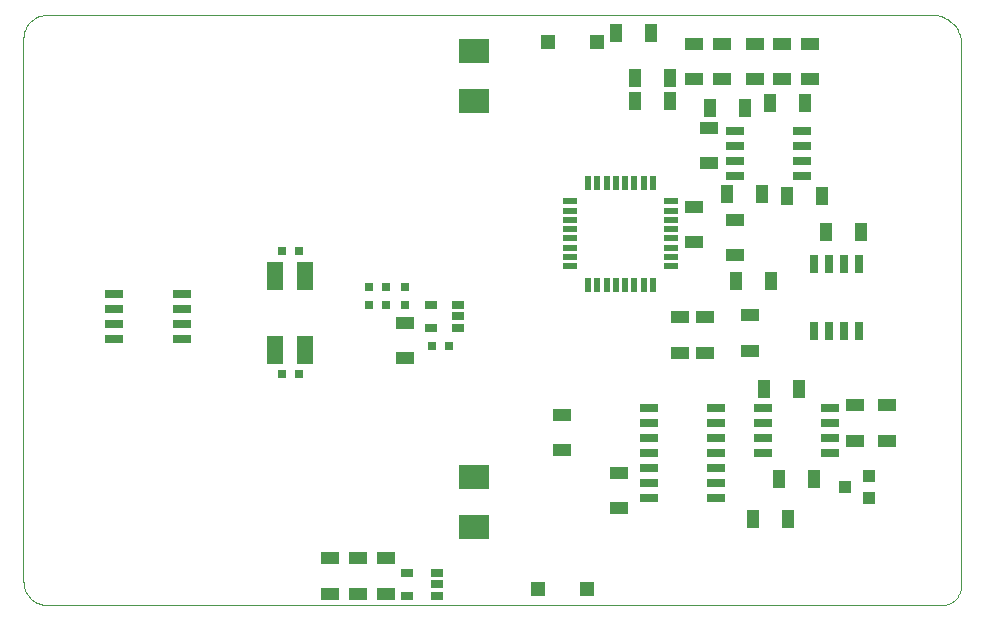
<source format=gbp>
G75*
G70*
%OFA0B0*%
%FSLAX24Y24*%
%IPPOS*%
%LPD*%
%AMOC8*
5,1,8,0,0,1.08239X$1,22.5*
%
%ADD10C,0.0000*%
%ADD11R,0.0630X0.0394*%
%ADD12R,0.0500X0.0220*%
%ADD13R,0.0220X0.0500*%
%ADD14R,0.0394X0.0630*%
%ADD15R,0.0630X0.0256*%
%ADD16R,0.0394X0.0394*%
%ADD17R,0.0256X0.0630*%
%ADD18R,0.0984X0.0787*%
%ADD19R,0.0433X0.0276*%
%ADD20R,0.0630X0.0315*%
%ADD21R,0.0315X0.0315*%
%ADD22R,0.0551X0.0945*%
%ADD23R,0.0500X0.0500*%
D10*
X003578Y001721D02*
X003578Y019817D01*
X003580Y019872D01*
X003586Y019927D01*
X003596Y019981D01*
X003609Y020034D01*
X003627Y020086D01*
X003648Y020137D01*
X003672Y020187D01*
X003700Y020234D01*
X003732Y020279D01*
X003766Y020322D01*
X003804Y020362D01*
X003844Y020400D01*
X003887Y020434D01*
X003932Y020466D01*
X003979Y020494D01*
X004029Y020518D01*
X004080Y020539D01*
X004132Y020557D01*
X004185Y020570D01*
X004239Y020580D01*
X004294Y020586D01*
X004349Y020588D01*
X033873Y020588D01*
X033933Y020586D01*
X033994Y020580D01*
X034053Y020571D01*
X034112Y020558D01*
X034170Y020541D01*
X034227Y020520D01*
X034283Y020496D01*
X034336Y020469D01*
X034388Y020438D01*
X034438Y020404D01*
X034486Y020367D01*
X034532Y020327D01*
X034574Y020285D01*
X034614Y020239D01*
X034651Y020191D01*
X034685Y020141D01*
X034716Y020089D01*
X034743Y020036D01*
X034767Y019980D01*
X034788Y019923D01*
X034805Y019865D01*
X034818Y019806D01*
X034827Y019747D01*
X034833Y019686D01*
X034835Y019626D01*
X034834Y019626D02*
X034834Y001576D01*
X034832Y001526D01*
X034827Y001477D01*
X034817Y001428D01*
X034805Y001381D01*
X034788Y001334D01*
X034768Y001288D01*
X034745Y001245D01*
X034719Y001203D01*
X034689Y001163D01*
X034657Y001125D01*
X034622Y001090D01*
X034584Y001058D01*
X034544Y001028D01*
X034503Y001002D01*
X034459Y000979D01*
X034413Y000959D01*
X034366Y000942D01*
X034319Y000930D01*
X034270Y000920D01*
X034221Y000915D01*
X034171Y000913D01*
X004387Y000913D01*
X004332Y000915D01*
X004277Y000921D01*
X004223Y000930D01*
X004169Y000943D01*
X004116Y000960D01*
X004065Y000980D01*
X004015Y001004D01*
X003967Y001031D01*
X003921Y001061D01*
X003877Y001094D01*
X003835Y001130D01*
X003796Y001169D01*
X003760Y001211D01*
X003727Y001255D01*
X003697Y001301D01*
X003670Y001349D01*
X003646Y001399D01*
X003626Y001450D01*
X003609Y001503D01*
X003596Y001557D01*
X003587Y001611D01*
X003581Y001666D01*
X003579Y001721D01*
D11*
X013791Y001303D03*
X014729Y001303D03*
X015667Y001303D03*
X015667Y002485D03*
X014729Y002485D03*
X013791Y002485D03*
X021541Y006078D03*
X021541Y007259D03*
X023417Y005322D03*
X023417Y004141D03*
X031291Y006391D03*
X032354Y006391D03*
X032354Y007572D03*
X031291Y007572D03*
X027791Y009391D03*
X026291Y009328D03*
X025479Y009328D03*
X025479Y010509D03*
X026291Y010509D03*
X027791Y010572D03*
X027291Y012578D03*
X025917Y013016D03*
X027291Y013759D03*
X025917Y014197D03*
X026417Y015641D03*
X026417Y016822D03*
X026854Y018453D03*
X025917Y018453D03*
X025917Y019635D03*
X026854Y019635D03*
X027979Y019635D03*
X028854Y019635D03*
X029791Y019635D03*
X029791Y018453D03*
X028854Y018453D03*
X027979Y018453D03*
X016291Y010322D03*
X016291Y009141D03*
D12*
X021789Y012214D03*
X021789Y012524D03*
X021789Y012834D03*
X021789Y013144D03*
X021789Y013444D03*
X021789Y013754D03*
X021789Y014064D03*
X021789Y014374D03*
X025169Y014374D03*
X025169Y014064D03*
X025169Y013754D03*
X025169Y013444D03*
X025169Y013144D03*
X025169Y012834D03*
X025169Y012524D03*
X025169Y012214D03*
D13*
X024559Y011604D03*
X024249Y011604D03*
X023939Y011604D03*
X023629Y011604D03*
X023329Y011604D03*
X023019Y011604D03*
X022709Y011604D03*
X022399Y011604D03*
X022399Y014984D03*
X022709Y014984D03*
X023019Y014984D03*
X023329Y014984D03*
X023629Y014984D03*
X023939Y014984D03*
X024249Y014984D03*
X024559Y014984D03*
D14*
X027013Y014607D03*
X028194Y014607D03*
X029013Y014544D03*
X030194Y014544D03*
X030326Y013356D03*
X031507Y013356D03*
X028507Y011731D03*
X027326Y011731D03*
X028263Y008107D03*
X029444Y008107D03*
X029944Y005106D03*
X028763Y005106D03*
X029070Y003794D03*
X027889Y003794D03*
X027632Y017481D03*
X028451Y017669D03*
X029632Y017669D03*
X026451Y017481D03*
X025132Y017731D03*
X023951Y017731D03*
X023951Y018481D03*
X025132Y018481D03*
X024507Y019981D03*
X023326Y019981D03*
D15*
X027291Y016731D03*
X027291Y016231D03*
X027291Y015731D03*
X027291Y015231D03*
X029541Y015231D03*
X029541Y015731D03*
X029541Y016231D03*
X029541Y016731D03*
X030479Y007481D03*
X030479Y006981D03*
X030479Y006481D03*
X030479Y005981D03*
X028229Y005981D03*
X028229Y006481D03*
X028229Y006981D03*
X028229Y007481D03*
X026667Y007481D03*
X026667Y006981D03*
X026667Y006481D03*
X026667Y005981D03*
X026667Y005481D03*
X026667Y004981D03*
X026667Y004481D03*
X024417Y004481D03*
X024417Y004981D03*
X024417Y005481D03*
X024417Y005981D03*
X024417Y006481D03*
X024417Y006981D03*
X024417Y007481D03*
X008854Y009794D03*
X008854Y010794D03*
X008854Y011294D03*
X006604Y011294D03*
X006604Y010794D03*
X006604Y010294D03*
X006604Y009794D03*
D16*
X030960Y004856D03*
X031748Y004482D03*
X031748Y005230D03*
D17*
X031417Y010044D03*
X030917Y010044D03*
X030417Y010044D03*
X029917Y010044D03*
X029917Y012294D03*
X030417Y012294D03*
X030917Y012294D03*
X031417Y012294D03*
D18*
X018604Y017717D03*
X018604Y019371D03*
X018604Y005183D03*
X018604Y003529D03*
D19*
X017354Y001982D03*
X017354Y001607D03*
X017354Y001232D03*
X016354Y001232D03*
X016354Y001982D03*
X017151Y010170D03*
X018057Y010170D03*
X018057Y010544D03*
X018057Y010918D03*
X017151Y010918D03*
D20*
X008854Y010294D03*
D21*
X012184Y008606D03*
X012774Y008606D03*
X015104Y010936D03*
X015667Y010936D03*
X016291Y010936D03*
X016291Y011527D03*
X015667Y011527D03*
X015104Y011527D03*
X012774Y012731D03*
X012184Y012731D03*
X017184Y009544D03*
X017774Y009544D03*
D22*
X012979Y009419D03*
X011979Y009419D03*
X011979Y011899D03*
X012979Y011899D03*
D23*
X021049Y019693D03*
X022703Y019693D03*
X022368Y001455D03*
X020715Y001455D03*
M02*

</source>
